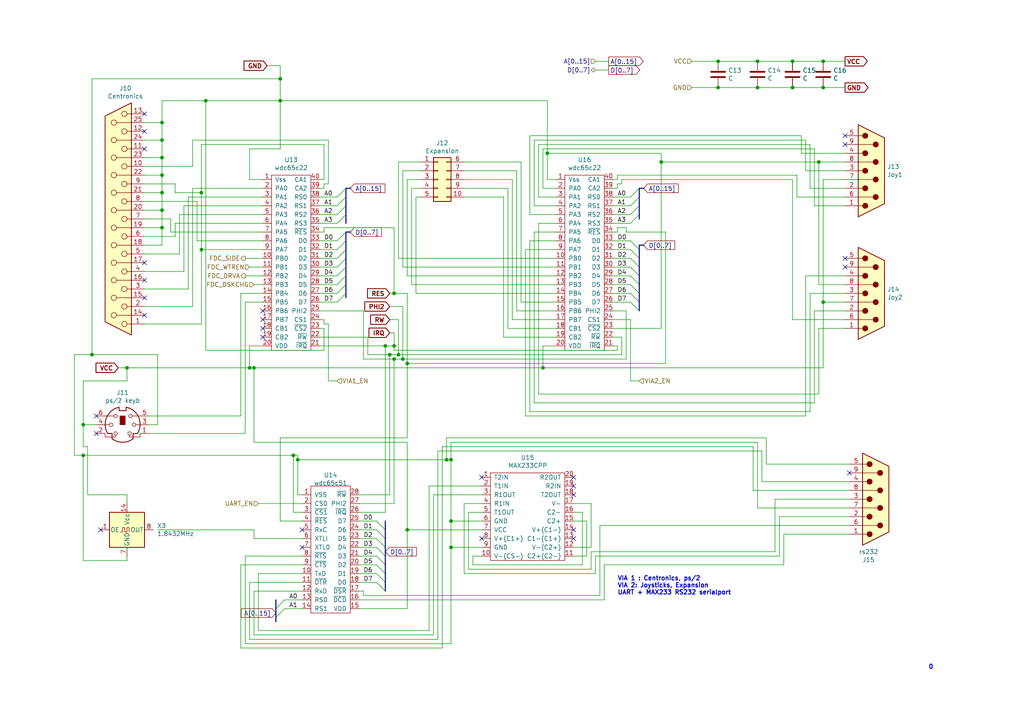
<source format=kicad_sch>
(kicad_sch (version 20231120) (generator "eeschema") (generator_version "8.0")
  (paper "A4")
  (lib_symbols
    (symbol "65xx:wdc65c22" (pin_names (offset 1.016))
      (property "Reference" "U" (at 1.27 0 0))
      (property "Value" "wdc65c22" (at 1.27 -54.61 0))
      (symbol "wdc65c22_0_0"
        (pin power_in line (at -6.35 -2.54 0) (length 2.54) (name "Vss") (number "1"))
        (pin bidirectional line (at -6.35 -25.4 0) (length 2.54) (name "PB0") (number "10"))
        (pin bidirectional line (at -6.35 -27.94 0) (length 2.54) (name "PB1") (number "11"))
        (pin bidirectional line (at -6.35 -30.48 0) (length 2.54) (name "PB2") (number "12"))
        (pin bidirectional line (at -6.35 -33.02 0) (length 2.54) (name "PB3") (number "13"))
        (pin bidirectional line (at -6.35 -35.56 0) (length 2.54) (name "PB4") (number "14"))
        (pin bidirectional line (at -6.35 -38.1 0) (length 2.54) (name "PB5") (number "15"))
        (pin bidirectional line (at -6.35 -40.64 0) (length 2.54) (name "PB6") (number "16"))
        (pin bidirectional line (at -6.35 -43.18 0) (length 2.54) (name "PB7") (number "17"))
        (pin bidirectional line (at -6.35 -45.72 0) (length 2.54) (name "CB1") (number "18"))
        (pin bidirectional line (at -6.35 -48.26 0) (length 2.54) (name "CB2") (number "19"))
        (pin bidirectional line (at -6.35 -5.08 0) (length 2.54) (name "PA0") (number "2"))
        (pin power_in line (at -6.35 -50.8 0) (length 2.54) (name "VDD") (number "20"))
        (pin output line (at 10.16 -50.8 180) (length 2.54) (name "~{IRQ}") (number "21"))
        (pin input line (at 10.16 -48.26 180) (length 2.54) (name "~{RW}") (number "22"))
        (pin input line (at 10.16 -45.72 180) (length 2.54) (name "~{CS2}") (number "23"))
        (pin input line (at 10.16 -43.18 180) (length 2.54) (name "CS1") (number "24"))
        (pin input line (at 10.16 -40.64 180) (length 2.54) (name "PHI2") (number "25"))
        (pin bidirectional line (at 10.16 -38.1 180) (length 2.54) (name "D7") (number "26"))
        (pin bidirectional line (at 10.16 -35.56 180) (length 2.54) (name "D6") (number "27"))
        (pin bidirectional line (at 10.16 -33.02 180) (length 2.54) (name "D5") (number "28"))
        (pin bidirectional line (at 10.16 -30.48 180) (length 2.54) (name "D4") (number "29"))
        (pin bidirectional line (at -6.35 -7.62 0) (length 2.54) (name "PA1") (number "3"))
        (pin bidirectional line (at 10.16 -27.94 180) (length 2.54) (name "D3") (number "30"))
        (pin bidirectional line (at 10.16 -25.4 180) (length 2.54) (name "D2") (number "31"))
        (pin bidirectional line (at 10.16 -22.86 180) (length 2.54) (name "D1") (number "32"))
        (pin bidirectional line (at 10.16 -20.32 180) (length 2.54) (name "D0") (number "33"))
        (pin input line (at 10.16 -17.78 180) (length 2.54) (name "~{RES}") (number "34"))
        (pin input line (at 10.16 -15.24 180) (length 2.54) (name "RS3") (number "35"))
        (pin input line (at 10.16 -12.7 180) (length 2.54) (name "RS2") (number "36"))
        (pin input line (at 10.16 -10.16 180) (length 2.54) (name "RS1") (number "37"))
        (pin input line (at 10.16 -7.62 180) (length 2.54) (name "RS0") (number "38"))
        (pin bidirectional line (at 10.16 -5.08 180) (length 2.54) (name "CA2") (number "39"))
        (pin bidirectional line (at -6.35 -10.16 0) (length 2.54) (name "PA2") (number "4"))
        (pin bidirectional line (at 10.16 -2.54 180) (length 2.54) (name "CA1") (number "40"))
        (pin bidirectional line (at -6.35 -12.7 0) (length 2.54) (name "PA3") (number "5"))
        (pin bidirectional line (at -6.35 -15.24 0) (length 2.54) (name "PA4") (number "6"))
        (pin bidirectional line (at -6.35 -17.78 0) (length 2.54) (name "PA5") (number "7"))
        (pin bidirectional line (at -6.35 -20.32 0) (length 2.54) (name "PA6") (number "8"))
        (pin bidirectional line (at -6.35 -22.86 0) (length 2.54) (name "PA7") (number "9"))
      )
    )
    (symbol "65xx:wdc65c51" (pin_names (offset 1.016))
      (property "Reference" "U" (at 1.27 1.27 0))
      (property "Value" "wdc65c51" (at 1.27 -38.1 0))
      (symbol "wdc65c51_1_1"
        (pin power_in line (at -7.62 -2.54 0) (length 2.54) (name "VSS") (number "1"))
        (pin output line (at -7.62 -25.4 0) (length 2.54) (name "TxD") (number "10"))
        (pin output line (at -7.62 -27.94 0) (length 2.54) (name "~{DTR}") (number "11"))
        (pin input line (at -7.62 -30.48 0) (length 2.54) (name "RxD") (number "12"))
        (pin input line (at -7.62 -33.02 0) (length 2.54) (name "RS0") (number "13"))
        (pin input line (at -7.62 -35.56 0) (length 2.54) (name "RS1") (number "14"))
        (pin power_in line (at 8.89 -35.56 180) (length 2.54) (name "VDD") (number "15"))
        (pin input line (at 8.89 -33.02 180) (length 2.54) (name "~{DCD}") (number "16"))
        (pin input line (at 8.89 -30.48 180) (length 2.54) (name "~{DSR}") (number "17"))
        (pin bidirectional line (at 8.89 -27.94 180) (length 2.54) (name "D0") (number "18"))
        (pin bidirectional line (at 8.89 -25.4 180) (length 2.54) (name "D1") (number "19"))
        (pin input line (at -7.62 -5.08 0) (length 2.54) (name "CS0") (number "2"))
        (pin bidirectional line (at 8.89 -22.86 180) (length 2.54) (name "D2") (number "20"))
        (pin bidirectional line (at 8.89 -20.32 180) (length 2.54) (name "D3") (number "21"))
        (pin bidirectional line (at 8.89 -17.78 180) (length 2.54) (name "D4") (number "22"))
        (pin bidirectional line (at 8.89 -15.24 180) (length 2.54) (name "D5") (number "23"))
        (pin bidirectional line (at 8.89 -12.7 180) (length 2.54) (name "D6") (number "24"))
        (pin bidirectional line (at 8.89 -10.16 180) (length 2.54) (name "D7") (number "25"))
        (pin output line (at 8.89 -7.62 180) (length 2.54) (name "~{IRQ}") (number "26"))
        (pin input line (at 8.89 -5.08 180) (length 2.54) (name "PHI2") (number "27"))
        (pin input line (at 8.89 -2.54 180) (length 2.54) (name "~{RW}") (number "28"))
        (pin input line (at -7.62 -7.62 0) (length 2.54) (name "~{CS1}") (number "3"))
        (pin input line (at -7.62 -10.16 0) (length 2.54) (name "~{RES}") (number "4"))
        (pin bidirectional line (at -7.62 -12.7 0) (length 2.54) (name "RxC") (number "5"))
        (pin input line (at -7.62 -15.24 0) (length 2.54) (name "XTLI") (number "6"))
        (pin input line (at -7.62 -17.78 0) (length 2.54) (name "XTL0") (number "7"))
        (pin output line (at -7.62 -20.32 0) (length 2.54) (name "~{RTS}") (number "8"))
        (pin input line (at -7.62 -22.86 0) (length 2.54) (name "~{CTS}") (number "9"))
      )
    )
    (symbol "Connector:Mini-DIN-6" (pin_names (offset 1.016))
      (property "Reference" "J" (at 0 6.35 0))
      (property "Value" "Mini-DIN-6" (at 0 -6.35 0))
      (symbol "Mini-DIN-6_1_1"
        (pin passive line (at 7.62 -2.54 180) (length 2.54) (name "~") (number "1"))
        (pin passive line (at -7.62 -2.54 0) (length 2.54) (name "~") (number "2"))
        (pin passive line (at 7.62 0 180) (length 2.54) (name "~") (number "3"))
        (pin passive line (at -7.62 0 0) (length 2.54) (name "~") (number "4"))
        (pin passive line (at 7.62 2.54 180) (length 2.54) (name "~") (number "5"))
        (pin passive line (at -7.62 2.54 0) (length 2.54) (name "~") (number "6"))
      )
    )
    (symbol "Connector_Generic:Conn_02x05_Top_Bottom" (pin_names (offset 1.016) hide)
      (property "Reference" "J" (at 1.27 7.62 0))
      (property "Value" "Conn_02x05_Top_Bottom" (at 1.27 -7.62 0))
      (symbol "Conn_02x05_Top_Bottom_1_1"
        (pin passive line (at -5.08 5.08 0) (length 3.81) (name "Pin_1") (number "1"))
        (pin passive line (at 7.62 -5.08 180) (length 3.81) (name "Pin_10") (number "10"))
        (pin passive line (at -5.08 2.54 0) (length 3.81) (name "Pin_2") (number "2"))
        (pin passive line (at -5.08 0 0) (length 3.81) (name "Pin_3") (number "3"))
        (pin passive line (at -5.08 -2.54 0) (length 3.81) (name "Pin_4") (number "4"))
        (pin passive line (at -5.08 -5.08 0) (length 3.81) (name "Pin_5") (number "5"))
        (pin passive line (at 7.62 5.08 180) (length 3.81) (name "Pin_6") (number "6"))
        (pin passive line (at 7.62 2.54 180) (length 3.81) (name "Pin_7") (number "7"))
        (pin passive line (at 7.62 0 180) (length 3.81) (name "Pin_8") (number "8"))
        (pin passive line (at 7.62 -2.54 180) (length 3.81) (name "Pin_9") (number "9"))
      )
    )
    (symbol "Device:C" (pin_numbers hide) (pin_names (offset 0.254))
      (property "Reference" "C" (at 0.635 2.54 0))
      (property "Value" "C" (at 0.635 -2.54 0))
      (symbol "C_1_1"
        (pin passive line (at 0 3.81 270) (length 2.794) (name "~") (number "1"))
        (pin passive line (at 0 -3.81 90) (length 2.794) (name "~") (number "2"))
      )
    )
    (symbol "Oscillator:SG-8002DB" (pin_names (offset 0.254))
      (property "Reference" "X" (at -5.08 6.35 0))
      (property "Value" "SG-8002DB" (at 1.27 -6.35 0))
      (symbol "SG-8002DB_1_1"
        (pin input line (at -7.62 0 0) (length 2.54) (name "OE") (number "1"))
        (pin power_in line (at 0 7.62 270) (length 2.54) (name "Vcc") (number "14"))
        (pin power_in line (at 0 -7.62 90) (length 2.54) (name "GND") (number "7"))
        (pin output line (at 7.62 0 180) (length 2.54) (name "OUT") (number "8"))
      )
    )
    (symbol "Prometheus-rescue:DB25_Female-Connector" (pin_names (offset 1.016) hide)
      (property "Reference" "J" (at 0 34.29 0))
      (property "Value" "Connector_DB25_Female" (at 0 -34.925 0))
      (symbol "DB25_Female-Connector_1_1"
        (pin passive line (at -7.62 30.48 0) (length 3.81) (name "1") (number "1"))
        (pin passive line (at -7.62 -15.24 0) (length 3.81) (name "10") (number "10"))
        (pin passive line (at -7.62 -20.32 0) (length 3.81) (name "11") (number "11"))
        (pin passive line (at -7.62 -25.4 0) (length 3.81) (name "12") (number "12"))
        (pin passive line (at -7.62 -30.48 0) (length 3.81) (name "13") (number "13"))
        (pin passive line (at -7.62 27.94 0) (length 3.81) (name "P14") (number "14"))
        (pin passive line (at -7.62 22.86 0) (length 3.81) (name "P15") (number "15"))
        (pin passive line (at -7.62 17.78 0) (length 3.81) (name "P16") (number "16"))
        (pin passive line (at -7.62 12.7 0) (length 3.81) (name "P17") (number "17"))
        (pin passive line (at -7.62 7.62 0) (length 3.81) (name "P18") (number "18"))
        (pin passive line (at -7.62 2.54 0) (length 3.81) (name "P19") (number "19"))
        (pin passive line (at -7.62 25.4 0) (length 3.81) (name "2") (number "2"))
        (pin passive line (at -7.62 -2.54 0) (length 3.81) (name "P20") (number "20"))
        (pin passive line (at -7.62 -7.62 0) (length 3.81) (name "P21") (number "21"))
        (pin passive line (at -7.62 -12.7 0) (length 3.81) (name "P22") (number "22"))
        (pin passive line (at -7.62 -17.78 0) (length 3.81) (name "P23") (number "23"))
        (pin passive line (at -7.62 -22.86 0) (length 3.81) (name "P24") (number "24"))
        (pin passive line (at -7.62 -27.94 0) (length 3.81) (name "P25") (number "25"))
        (pin passive line (at -7.62 20.32 0) (length 3.81) (name "3") (number "3"))
        (pin passive line (at -7.62 15.24 0) (length 3.81) (name "4") (number "4"))
        (pin passive line (at -7.62 10.16 0) (length 3.81) (name "5") (number "5"))
        (pin passive line (at -7.62 5.08 0) (length 3.81) (name "6") (number "6"))
        (pin passive line (at -7.62 0 0) (length 3.81) (name "7") (number "7"))
        (pin passive line (at -7.62 -5.08 0) (length 3.81) (name "8") (number "8"))
        (pin passive line (at -7.62 -10.16 0) (length 3.81) (name "9") (number "9"))
      )
    )
    (symbol "Prometheus-rescue:DB9_Male-Connector" (pin_names (offset 1.016) hide)
      (property "Reference" "J" (at 0 13.97 0))
      (property "Value" "Connector_DB9_Male" (at 0 -14.605 0))
      (symbol "DB9_Male-Connector_1_1"
        (pin passive line (at -7.62 -10.16 0) (length 3.81) (name "1") (number "1"))
        (pin passive line (at -7.62 -5.08 0) (length 3.81) (name "2") (number "2"))
        (pin passive line (at -7.62 0 0) (length 3.81) (name "3") (number "3"))
        (pin passive line (at -7.62 5.08 0) (length 3.81) (name "4") (number "4"))
        (pin passive line (at -7.62 10.16 0) (length 3.81) (name "5") (number "5"))
        (pin passive line (at -7.62 -7.62 0) (length 3.81) (name "6") (number "6"))
        (pin passive line (at -7.62 -2.54 0) (length 3.81) (name "7") (number "7"))
        (pin passive line (at -7.62 2.54 0) (length 3.81) (name "8") (number "8"))
        (pin passive line (at -7.62 7.62 0) (length 3.81) (name "9") (number "9"))
      )
    )
    (symbol "prometh_custom:MAX233CPP" (pin_names (offset 1.016))
      (property "Reference" "U" (at 3.81 0 0))
      (property "Value" "MAX233CPP" (at 3.81 -27.94 0))
      (symbol "MAX233CPP_1_1"
        (pin input line (at -10.16 -2.54 0) (length 2.54) (name "T2IN") (number "1"))
        (pin input line (at -10.16 -25.4 0) (length 2.54) (name "V-(CS-)") (number "10"))
        (pin input line (at 16.51 -25.4 180) (length 2.54) (name "C2+(C2-)") (number "11"))
        (pin input line (at 16.51 -22.86 180) (length 2.54) (name "V-(C2+)") (number "12"))
        (pin input line (at 16.51 -20.32 180) (length 2.54) (name "C1-(C1+)") (number "13"))
        (pin input line (at 16.51 -17.78 180) (length 2.54) (name "V+(C1-)") (number "14"))
        (pin input line (at 16.51 -15.24 180) (length 2.54) (name "C2+") (number "15"))
        (pin input line (at 16.51 -12.7 180) (length 2.54) (name "C2-") (number "16"))
        (pin input line (at 16.51 -10.16 180) (length 2.54) (name "V-") (number "17"))
        (pin output line (at 16.51 -7.62 180) (length 2.54) (name "T2OUT") (number "18"))
        (pin input line (at 16.51 -5.08 180) (length 2.54) (name "R2IN") (number "19"))
        (pin input line (at -10.16 -5.08 0) (length 2.54) (name "T1IN") (number "2"))
        (pin output line (at 16.51 -2.54 180) (length 2.54) (name "R2OUT") (number "20"))
        (pin output line (at -10.16 -7.62 0) (length 2.54) (name "R1OUT") (number "3"))
        (pin input line (at -10.16 -10.16 0) (length 2.54) (name "R1IN") (number "4"))
        (pin output line (at -10.16 -12.7 0) (length 2.54) (name "T1OUT") (number "5"))
        (pin power_in line (at -10.16 -15.24 0) (length 2.54) (name "GND") (number "6"))
        (pin power_in line (at -10.16 -17.78 0) (length 2.54) (name "VCC") (number "7"))
        (pin input line (at -10.16 -20.32 0) (length 2.54) (name "V+(C1+)") (number "8"))
        (pin input line (at -10.16 -22.86 0) (length 2.54) (name "GND") (number "9"))
      )
    )
  )
  (junction (at 81.28 22.86))
  (junction (at 113.03 102.87))
  (junction (at 118.11 153.67))
  (junction (at 130.81 151.13))
  (junction (at 229.87 25.4))
  (junction (at 191.77 46.99))
  (junction (at 46.99 45.72))
  (junction (at 24.13 132.08))
  (junction (at 59.69 29.21))
  (junction (at 229.87 17.78))
  (junction (at 46.99 35.56))
  (junction (at 238.76 25.4))
  (junction (at 118.11 105.41))
  (junction (at 85.09 132.08))
  (junction (at 238.76 17.78))
  (junction (at 208.28 17.78))
  (junction (at 46.99 55.88))
  (junction (at 219.71 25.4))
  (junction (at 130.81 158.75))
  (junction (at 130.81 133.35))
  (junction (at 114.3 104.14))
  (junction (at 72.39 106.68))
  (junction (at 46.99 40.64))
  (junction (at 58.42 72.39))
  (junction (at 24.13 123.19))
  (junction (at 129.54 133.35))
  (junction (at 81.28 29.21))
  (junction (at 237.49 46.99))
  (junction (at 238.76 87.63))
  (junction (at 116.84 104.14))
  (junction (at 26.67 102.87))
  (junction (at 46.99 66.04))
  (junction (at 115.57 102.87))
  (junction (at 46.99 50.8))
  (junction (at 219.71 17.78))
  (junction (at 114.3 100.33))
  (junction (at 46.99 60.96))
  (junction (at 86.36 133.35))
  (junction (at 114.3 85.09))
  (junction (at 58.42 55.88))
  (junction (at 158.75 44.45))
  (junction (at 73.66 106.68))
  (junction (at 208.28 25.4))
  (junction (at 157.48 106.68))
  (junction (at 36.83 106.68))
  (junction (at 111.76 100.33))
  (no_connect (at 87.63 153.67))
  (no_connect (at 166.37 156.21))
  (no_connect (at 27.94 120.65))
  (no_connect (at 76.2 90.17))
  (no_connect (at 166.37 138.43))
  (no_connect (at 245.11 74.93))
  (no_connect (at 245.11 77.47))
  (no_connect (at 27.94 125.73))
  (no_connect (at 41.91 38.1))
  (no_connect (at 166.37 153.67))
  (no_connect (at 41.91 76.2))
  (no_connect (at 139.7 156.21))
  (no_connect (at 41.91 86.36))
  (no_connect (at 139.7 138.43))
  (no_connect (at 166.37 140.97))
  (no_connect (at 245.11 39.37))
  (no_connect (at 245.11 41.91))
  (no_connect (at 76.2 97.79))
  (no_connect (at 76.2 95.25))
  (no_connect (at 76.2 92.71))
  (no_connect (at 166.37 143.51))
  (no_connect (at 41.91 91.44))
  (no_connect (at 29.21 153.67))
  (no_connect (at 41.91 43.18))
  (no_connect (at 87.63 158.75))
  (no_connect (at 246.38 137.16))
  (no_connect (at 41.91 33.02))
  (no_connect (at 41.91 81.28))
  (bus_entry (at 182.88 57.15) (size 2.54 -2.54))
  (bus_entry (at 97.79 69.85) (size 2.54 -2.54))
  (bus_entry (at 97.79 87.63) (size 2.54 -2.54))
  (bus_entry (at 97.79 72.39) (size 2.54 -2.54))
  (bus_entry (at 97.79 82.55) (size 2.54 -2.54))
  (bus_entry (at 80.01 176.53) (size 2.54 -2.54))
  (bus_entry (at 97.79 80.01) (size 2.54 -2.54))
  (bus_entry (at 182.88 87.63) (size 2.54 2.54))
  (bus_entry (at 182.88 69.85) (size 2.54 2.54))
  (bus_entry (at 182.88 62.23) (size 2.54 -2.54))
  (bus_entry (at 182.88 59.69) (size 2.54 -2.54))
  (bus_entry (at 109.22 168.91) (size 2.54 2.54))
  (bus_entry (at 97.79 85.09) (size 2.54 -2.54))
  (bus_entry (at 97.79 57.15) (size 2.54 -2.54))
  (bus_entry (at 97.79 74.93) (size 2.54 -2.54))
  (bus_entry (at 97.79 64.77) (size 2.54 -2.54))
  (bus_entry (at 109.22 156.21) (size 2.54 2.54))
  (bus_entry (at 97.79 62.23) (size 2.54 -2.54))
  (bus_entry (at 182.88 82.55) (size 2.54 2.54))
  (bus_entry (at 182.88 72.39) (size 2.54 2.54))
  (bus_entry (at 109.22 153.67) (size 2.54 2.54))
  (bus_entry (at 109.22 166.37) (size 2.54 2.54))
  (bus_entry (at 109.22 161.29) (size 2.54 2.54))
  (bus_entry (at 109.22 163.83) (size 2.54 2.54))
  (bus_entry (at 182.88 85.09) (size 2.54 2.54))
  (bus_entry (at 182.88 77.47) (size 2.54 2.54))
  (bus_entry (at 80.01 179.07) (size 2.54 -2.54))
  (bus_entry (at 97.79 77.47) (size 2.54 -2.54))
  (bus_entry (at 109.22 151.13) (size 2.54 2.54))
  (bus_entry (at 182.88 80.01) (size 2.54 2.54))
  (bus_entry (at 182.88 64.77) (size 2.54 -2.54))
  (bus_entry (at 182.88 74.93) (size 2.54 2.54))
  (bus_entry (at 97.79 59.69) (size 2.54 -2.54))
  (bus_entry (at 109.22 158.75) (size 2.54 2.54))
  (wire (pts (xy 113.03 92.71) (xy 115.57 92.71)))
  (wire (pts (xy 233.68 120.65) (xy 152.4 120.65)))
  (bus (pts (xy 185.42 72.39) (xy 185.42 74.93)))
  (wire (pts (xy 134.62 166.37) (xy 172.72 166.37)))
  (wire (pts (xy 177.8 74.93) (xy 182.88 74.93)))
  (wire (pts (xy 85.09 148.59) (xy 85.09 132.08)))
  (wire (pts (xy 104.14 173.99) (xy 175.26 173.99)))
  (wire (pts (xy 41.91 55.88) (xy 46.99 55.88)))
  (wire (pts (xy 161.29 87.63) (xy 151.13 87.63)))
  (wire (pts (xy 166.37 161.29) (xy 170.18 161.29)))
  (wire (pts (xy 135.89 165.1) (xy 171.45 165.1)))
  (wire (pts (xy 71.12 74.93) (xy 76.2 74.93)))
  (wire (pts (xy 234.95 85.09) (xy 234.95 119.38)))
  (wire (pts (xy 113.03 102.87) (xy 113.03 143.51)))
  (wire (pts (xy 93.98 67.31) (xy 92.71 67.31)))
  (wire (pts (xy 114.3 104.14) (xy 114.3 146.05)))
  (wire (pts (xy 168.91 163.83) (xy 137.16 163.83)))
  (bus (pts (xy 185.42 71.12) (xy 185.42 72.39)))
  (wire (pts (xy 170.18 161.29) (xy 170.18 151.13)))
  (bus (pts (xy 100.33 82.55) (xy 100.33 85.09)))
  (wire (pts (xy 46.99 71.12) (xy 46.99 66.04)))
  (wire (pts (xy 118.11 153.67) (xy 118.11 128.27)))
  (wire (pts (xy 76.2 62.23) (xy 52.07 62.23)))
  (wire (pts (xy 77.47 19.05) (xy 81.28 19.05)))
  (wire (pts (xy 72.39 52.07) (xy 76.2 52.07)))
  (wire (pts (xy 73.66 128.27) (xy 73.66 106.68)))
  (wire (pts (xy 92.71 62.23) (xy 97.79 62.23)))
  (wire (pts (xy 158.75 44.45) (xy 158.75 29.21)))
  (wire (pts (xy 25.4 143.51) (xy 36.83 143.51)))
  (wire (pts (xy 172.72 17.78) (xy 176.53 17.78)))
  (wire (pts (xy 179.07 101.6) (xy 114.3 101.6)))
  (wire (pts (xy 177.8 80.01) (xy 182.88 80.01)))
  (wire (pts (xy 49.53 63.5) (xy 41.91 63.5)))
  (wire (pts (xy 104.14 171.45) (xy 105.41 171.45)))
  (wire (pts (xy 238.76 25.4) (xy 245.11 25.4)))
  (wire (pts (xy 181.61 67.31) (xy 181.61 66.04)))
  (wire (pts (xy 237.49 82.55) (xy 237.49 46.99)))
  (wire (pts (xy 171.45 158.75) (xy 166.37 158.75)))
  (wire (pts (xy 156.21 57.15) (xy 161.29 57.15)))
  (wire (pts (xy 193.04 67.31) (xy 193.04 105.41)))
  (wire (pts (xy 95.25 110.49) (xy 97.79 110.49)))
  (wire (pts (xy 55.88 88.9) (xy 41.91 88.9)))
  (wire (pts (xy 177.8 64.77) (xy 182.88 64.77)))
  (wire (pts (xy 153.67 39.37) (xy 153.67 62.23)))
  (wire (pts (xy 180.34 52.07) (xy 180.34 53.34)))
  (wire (pts (xy 120.65 85.09) (xy 120.65 57.15)))
  (wire (pts (xy 119.38 54.61) (xy 121.92 54.61)))
  (wire (pts (xy 55.88 40.64) (xy 55.88 48.26)))
  (wire (pts (xy 57.15 69.85) (xy 57.15 58.42)))
  (wire (pts (xy 236.22 43.18) (xy 157.48 43.18)))
  (wire (pts (xy 72.39 106.68) (xy 73.66 106.68)))
  (wire (pts (xy 72.39 43.18) (xy 72.39 52.07)))
  (wire (pts (xy 153.67 62.23) (xy 161.29 62.23)))
  (wire (pts (xy 45.72 102.87) (xy 45.72 123.19)))
  (wire (pts (xy 24.13 129.54) (xy 25.4 129.54)))
  (wire (pts (xy 95.25 93.98) (xy 95.25 110.49)))
  (wire (pts (xy 81.28 22.86) (xy 26.67 22.86)))
  (wire (pts (xy 180.34 52.07) (xy 229.87 52.07)))
  (bus (pts (xy 185.42 57.15) (xy 185.42 59.69)))
  (wire (pts (xy 69.85 85.09) (xy 69.85 120.65)))
  (wire (pts (xy 113.03 85.09) (xy 114.3 85.09)))
  (wire (pts (xy 200.66 25.4) (xy 208.28 25.4)))
  (wire (pts (xy 245.11 59.69) (xy 236.22 59.69)))
  (wire (pts (xy 95.25 53.34) (xy 95.25 40.64)))
  (bus (pts (xy 185.42 80.01) (xy 185.42 82.55)))
  (bus (pts (xy 185.42 74.93) (xy 185.42 77.47)))
  (wire (pts (xy 36.83 110.49) (xy 24.13 110.49)))
  (wire (pts (xy 55.88 48.26) (xy 41.91 48.26)))
  (wire (pts (xy 182.88 92.71) (xy 182.88 110.49)))
  (wire (pts (xy 220.98 130.81) (xy 220.98 139.7)))
  (wire (pts (xy 218.44 142.24) (xy 246.38 142.24)))
  (wire (pts (xy 222.25 127) (xy 129.54 127)))
  (bus (pts (xy 100.33 59.69) (xy 100.33 62.23)))
  (wire (pts (xy 175.26 163.83) (xy 227.33 163.83)))
  (wire (pts (xy 76.2 67.31) (xy 49.53 67.31)))
  (wire (pts (xy 185.42 110.49) (xy 182.88 110.49)))
  (wire (pts (xy 74.93 146.05) (xy 87.63 146.05)))
  (wire (pts (xy 151.13 87.63) (xy 151.13 46.99)))
  (wire (pts (xy 157.48 106.68) (xy 238.76 106.68)))
  (wire (pts (xy 116.84 49.53) (xy 121.92 49.53)))
  (wire (pts (xy 92.71 57.15) (xy 97.79 57.15)))
  (wire (pts (xy 43.18 120.65) (xy 69.85 120.65)))
  (wire (pts (xy 69.85 85.09) (xy 76.2 85.09)))
  (wire (pts (xy 59.69 101.6) (xy 59.69 29.21)))
  (wire (pts (xy 177.8 59.69) (xy 182.88 59.69)))
  (wire (pts (xy 93.98 54.61) (xy 93.98 53.34)))
  (wire (pts (xy 127 130.81) (xy 220.98 130.81)))
  (wire (pts (xy 115.57 92.71) (xy 115.57 102.87)))
  (wire (pts (xy 76.2 64.77) (xy 50.8 64.77)))
  (wire (pts (xy 234.95 119.38) (xy 153.67 119.38)))
  (wire (pts (xy 76.2 54.61) (xy 55.88 54.61)))
  (wire (pts (xy 72.39 106.68) (xy 72.39 100.33)))
  (wire (pts (xy 238.76 87.63) (xy 245.11 87.63)))
  (wire (pts (xy 226.06 149.86) (xy 246.38 149.86)))
  (wire (pts (xy 113.03 143.51) (xy 104.14 143.51)))
  (wire (pts (xy 128.27 187.96) (xy 128.27 129.54)))
  (wire (pts (xy 24.13 132.08) (xy 85.09 132.08)))
  (wire (pts (xy 26.67 102.87) (xy 45.72 102.87)))
  (wire (pts (xy 234.95 41.91) (xy 156.21 41.91)))
  (wire (pts (xy 73.66 106.68) (xy 157.48 106.68)))
  (wire (pts (xy 175.26 173.99) (xy 175.26 163.83)))
  (bus (pts (xy 100.33 80.01) (xy 100.33 82.55)))
  (bus (pts (xy 100.33 67.31) (xy 101.6 67.31)))
  (wire (pts (xy 71.12 87.63) (xy 76.2 87.63)))
  (wire (pts (xy 115.57 74.93) (xy 115.57 46.99)))
  (wire (pts (xy 73.66 171.45) (xy 87.63 171.45)))
  (wire (pts (xy 41.91 40.64) (xy 46.99 40.64)))
  (wire (pts (xy 119.38 82.55) (xy 119.38 54.61)))
  (wire (pts (xy 177.8 82.55) (xy 182.88 82.55)))
  (wire (pts (xy 246.38 134.62) (xy 222.25 134.62)))
  (wire (pts (xy 193.04 67.31) (xy 181.61 67.31)))
  (wire (pts (xy 58.42 55.88) (xy 50.8 55.88)))
  (wire (pts (xy 115.57 46.99) (xy 121.92 46.99)))
  (wire (pts (xy 137.16 163.83) (xy 137.16 161.29)))
  (wire (pts (xy 233.68 40.64) (xy 154.94 40.64)))
  (wire (pts (xy 148.59 52.07) (xy 134.62 52.07)))
  (wire (pts (xy 176.53 20.32) (xy 172.72 20.32)))
  (wire (pts (xy 81.28 43.18) (xy 72.39 43.18)))
  (bus (pts (xy 100.33 54.61) (xy 100.33 57.15)))
  (wire (pts (xy 95.25 40.64) (xy 55.88 40.64)))
  (wire (pts (xy 146.05 97.79) (xy 146.05 57.15)))
  (wire (pts (xy 93.98 101.6) (xy 59.69 101.6)))
  (wire (pts (xy 238.76 106.68) (xy 238.76 87.63)))
  (wire (pts (xy 181.61 66.04) (xy 179.07 66.04)))
  (wire (pts (xy 46.99 35.56) (xy 46.99 29.21)))
  (wire (pts (xy 177.8 90.17) (xy 181.61 90.17)))
  (wire (pts (xy 114.3 66.04) (xy 114.3 85.09)))
  (wire (pts (xy 233.68 80.01) (xy 233.68 120.65)))
  (bus (pts (xy 100.33 57.15) (xy 100.33 59.69)))
  (wire (pts (xy 118.11 80.01) (xy 161.29 80.01)))
  (bus (pts (xy 111.76 156.21) (xy 111.76 158.75)))
  (wire (pts (xy 118.11 80.01) (xy 118.11 52.07)))
  (wire (pts (xy 236.22 90.17) (xy 236.22 116.84)))
  (wire (pts (xy 177.8 95.25) (xy 191.77 95.25)))
  (wire (pts (xy 104.14 153.67) (xy 109.22 153.67)))
  (wire (pts (xy 135.89 148.59) (xy 135.89 165.1)))
  (wire (pts (xy 152.4 72.39) (xy 161.29 72.39)))
  (wire (pts (xy 245.11 90.17) (xy 236.22 90.17)))
  (wire (pts (xy 86.36 143.51) (xy 86.36 133.35)))
  (wire (pts (xy 229.87 92.71) (xy 229.87 52.07)))
  (wire (pts (xy 219.71 25.4) (xy 229.87 25.4)))
  (bus (pts (xy 100.33 54.61) (xy 101.6 54.61)))
  (wire (pts (xy 46.99 60.96) (xy 46.99 55.88)))
  (wire (pts (xy 129.54 133.35) (xy 130.81 133.35)))
  (wire (pts (xy 58.42 93.98) (xy 41.91 93.98)))
  (wire (pts (xy 191.77 95.25) (xy 191.77 46.99)))
  (wire (pts (xy 36.83 106.68) (xy 72.39 106.68)))
  (wire (pts (xy 58.42 41.91) (xy 58.42 55.88)))
  (wire (pts (xy 177.8 69.85) (xy 182.88 69.85)))
  (wire (pts (xy 148.59 92.71) (xy 148.59 52.07)))
  (bus (pts (xy 185.42 59.69) (xy 185.42 62.23)))
  (wire (pts (xy 226.06 161.29) (xy 226.06 149.86)))
  (wire (pts (xy 93.98 41.91) (xy 58.42 41.91)))
  (wire (pts (xy 41.91 66.04) (xy 46.99 66.04)))
  (wire (pts (xy 92.71 64.77) (xy 97.79 64.77)))
  (bus (pts (xy 100.33 77.47) (xy 100.33 80.01)))
  (bus (pts (xy 111.76 151.13) (xy 111.76 153.67)))
  (wire (pts (xy 227.33 163.83) (xy 227.33 154.94)))
  (wire (pts (xy 92.71 77.47) (xy 97.79 77.47)))
  (wire (pts (xy 92.71 69.85) (xy 97.79 69.85)))
  (wire (pts (xy 179.07 54.61) (xy 177.8 54.61)))
  (bus (pts (xy 111.76 163.83) (xy 111.76 166.37)))
  (wire (pts (xy 208.28 17.78) (xy 219.71 17.78)))
  (wire (pts (xy 245.11 49.53) (xy 233.68 49.53)))
  (wire (pts (xy 46.99 40.64) (xy 46.99 35.56)))
  (wire (pts (xy 157.48 54.61) (xy 161.29 54.61)))
  (wire (pts (xy 161.29 74.93) (xy 115.57 74.93)))
  (wire (pts (xy 114.3 101.6) (xy 114.3 100.33)))
  (wire (pts (xy 154.94 40.64) (xy 154.94 59.69)))
  (wire (pts (xy 105.41 171.45) (xy 105.41 172.72)))
  (wire (pts (xy 71.12 80.01) (xy 76.2 80.01)))
  (wire (pts (xy 151.13 46.99) (xy 134.62 46.99)))
  (wire (pts (xy 149.86 49.53) (xy 134.62 49.53)))
  (wire (pts (xy 130.81 151.13) (xy 139.7 151.13)))
  (wire (pts (xy 220.98 139.7) (xy 246.38 139.7)))
  (wire (pts (xy 53.34 59.69) (xy 53.34 78.74)))
  (wire (pts (xy 26.67 22.86) (xy 26.67 102.87)))
  (wire (pts (xy 55.88 54.61) (xy 55.88 88.9)))
  (wire (pts (xy 46.99 29.21) (xy 59.69 29.21)))
  (wire (pts (xy 87.63 166.37) (xy 74.93 166.37)))
  (wire (pts (xy 92.71 85.09) (xy 97.79 85.09)))
  (wire (pts (xy 161.29 92.71) (xy 148.59 92.71)))
  (wire (pts (xy 104.14 168.91) (xy 109.22 168.91)))
  (wire (pts (xy 74.93 166.37) (xy 74.93 182.88)))
  (wire (pts (xy 124.46 140.97) (xy 139.7 140.97)))
  (wire (pts (xy 24.13 123.19) (xy 24.13 129.54)))
  (wire (pts (xy 81.28 127) (xy 81.28 151.13)))
  (bus (pts (xy 185.42 71.12) (xy 186.69 71.12)))
  (wire (pts (xy 115.57 102.87) (xy 113.03 102.87)))
  (wire (pts (xy 154.94 67.31) (xy 161.29 67.31)))
  (bus (pts (xy 100.33 85.09) (xy 100.33 86.36)))
  (wire (pts (xy 92.71 59.69) (xy 97.79 59.69)))
  (wire (pts (xy 93.98 53.34) (xy 95.25 53.34)))
  (bus (pts (xy 111.76 158.75) (xy 111.76 161.29)))
  (wire (pts (xy 104.14 151.13) (xy 109.22 151.13)))
  (wire (pts (xy 106.68 102.87) (xy 106.68 97.79)))
  (wire (pts (xy 45.72 123.19) (xy 43.18 123.19)))
  (wire (pts (xy 92.71 54.61) (xy 93.98 54.61)))
  (wire (pts (xy 130.81 158.75) (xy 130.81 151.13)))
  (wire (pts (xy 21.59 132.08) (xy 24.13 132.08)))
  (wire (pts (xy 24.13 110.49) (xy 24.13 123.19)))
  (wire (pts (xy 86.36 133.35) (xy 86.36 132.08)))
  (wire (pts (xy 153.67 69.85) (xy 153.67 119.38)))
  (wire (pts (xy 113.03 96.52) (xy 114.3 96.52)))
  (wire (pts (xy 224.79 144.78) (xy 246.38 144.78)))
  (wire (pts (xy 245.11 95.25) (xy 237.49 95.25)))
  (wire (pts (xy 229.87 17.78) (xy 238.76 17.78)))
  (wire (pts (xy 139.7 143.51) (xy 125.73 143.51)))
  (wire (pts (xy 237.49 95.25) (xy 237.49 114.3)))
  (wire (pts (xy 130.81 128.27) (xy 219.71 128.27)))
  (wire (pts (xy 54.61 57.15) (xy 54.61 83.82)))
  (wire (pts (xy 92.71 87.63) (xy 97.79 87.63)))
  (wire (pts (xy 156.21 64.77) (xy 161.29 64.77)))
  (wire (pts (xy 238.76 52.07) (xy 238.76 87.63)))
  (wire (pts (xy 127 185.42) (xy 127 130.81)))
  (wire (pts (xy 73.66 156.21) (xy 87.63 156.21)))
  (wire (pts (xy 34.29 106.68) (xy 36.83 106.68)))
  (wire (pts (xy 76.2 59.69) (xy 53.34 59.69)))
  (bus (pts (xy 100.33 69.85) (xy 100.33 72.39)))
  (wire (pts (xy 170.18 151.13) (xy 166.37 151.13)))
  (wire (pts (xy 177.8 62.23) (xy 182.88 62.23)))
  (bus (pts (xy 111.76 161.29) (xy 111.76 163.83)))
  (wire (pts (xy 24.13 123.19) (xy 27.94 123.19)))
  (wire (pts (xy 139.7 148.59) (xy 135.89 148.59)))
  (bus (pts (xy 185.42 87.63) (xy 185.42 90.17)))
  (wire (pts (xy 157.48 106.68) (xy 157.48 100.33)))
  (wire (pts (xy 124.46 182.88) (xy 124.46 140.97)))
  (wire (pts (xy 50.8 64.77) (xy 50.8 68.58)))
  (wire (pts (xy 177.8 92.71) (xy 182.88 92.71)))
  (wire (pts (xy 36.83 162.56) (xy 36.83 161.29)))
  (wire (pts (xy 191.77 44.45) (xy 158.75 44.45)))
  (wire (pts (xy 161.29 85.09) (xy 120.65 85.09)))
  (wire (pts (xy 92.71 95.25) (xy 93.98 95.25)))
  (wire (pts (xy 87.63 163.83) (xy 69.85 163.83)))
  (wire (pts (xy 118.11 105.41) (xy 118.11 85.09)))
  (wire (pts (xy 161.29 82.55) (xy 119.38 82.55)))
  (wire (pts (xy 93.98 66.04) (xy 114.3 66.04)))
  (wire (pts (xy 245.11 80.01) (xy 233.68 80.01)))
  (wire (pts (xy 41.91 60.96) (xy 46.99 60.96)))
  (wire (pts (xy 139.7 153.67) (xy 118.11 153.67)))
  (wire (pts (xy 111.76 148.59) (xy 104.14 148.59)))
  (wire (pts (xy 53.34 78.74) (xy 41.91 78.74)))
  (wire (pts (xy 245.11 54.61) (xy 234.95 54.61)))
  (wire (pts (xy 245.11 46.99) (xy 237.49 46.99)))
  (wire (pts (xy 113.03 88.9) (xy 116.84 88.9)))
  (wire (pts (xy 49.53 67.31) (xy 49.53 63.5)))
  (wire (pts (xy 222.25 134.62) (xy 222.25 127)))
  (wire (pts (xy 72.39 185.42) (xy 127 185.42)))
  (wire (pts (xy 245.11 92.71) (xy 229.87 92.71)))
  (wire (pts (xy 95.25 93.98) (xy 93.98 93.98)))
  (wire (pts (xy 219.71 147.32) (xy 246.38 147.32)))
  (wire (pts (xy 208.28 25.4) (xy 219.71 25.4)))
  (wire (pts (xy 71.12 186.69) (xy 130.81 186.69)))
  (wire (pts (xy 130.81 133.35) (xy 130.81 151.13)))
  (wire (pts (xy 156.21 41.91) (xy 156.21 57.15)))
  (wire (pts (xy 92.71 74.93) (xy 97.79 74.93)))
  (wire (pts (xy 114.3 96.52) (xy 114.3 100.33)))
  (wire (pts (xy 245.11 57.15) (xy 231.14 57.15)))
  (wire (pts (xy 24.13 132.08) (xy 24.13 162.56)))
  (bus (pts (xy 100.33 67.31) (xy 100.33 69.85)))
  (wire (pts (xy 21.59 102.87) (xy 26.67 102.87)))
  (wire (pts (xy 245.11 52.07) (xy 238.76 52.07)))
  (wire (pts (xy 111.76 100.33) (xy 92.71 100.33)))
  (wire (pts (xy 158.75 29.21) (xy 81.28 29.21)))
  (wire (pts (xy 81.28 151.13) (xy 87.63 151.13)))
  (wire (pts (xy 177.8 72.39) (xy 182.88 72.39)))
  (wire (pts (xy 93.98 95.25) (xy 93.98 101.6)))
  (wire (pts (xy 45.72 153.67) (xy 73.66 153.67)))
  (wire (pts (xy 113.03 102.87) (xy 106.68 102.87)))
  (bus (pts (xy 185.42 54.61) (xy 186.69 54.61)))
  (wire (pts (xy 43.18 125.73) (xy 71.12 125.73)))
  (wire (pts (xy 168.91 148.59) (xy 168.91 163.83)))
  (wire (pts (xy 130.81 133.35) (xy 130.81 128.27)))
  (wire (pts (xy 92.71 80.01) (xy 97.79 80.01)))
  (wire (pts (xy 36.83 106.68) (xy 36.83 110.49)))
  (wire (pts (xy 180.34 97.79) (xy 180.34 102.87)))
  (wire (pts (xy 72.39 100.33) (xy 76.2 100.33)))
  (wire (pts (xy 232.41 44.45) (xy 232.41 39.37)))
  (wire (pts (xy 128.27 129.54) (xy 218.44 129.54)))
  (bus (pts (xy 185.42 54.61) (xy 185.42 57.15)))
  (bus (pts (xy 100.33 62.23) (xy 100.33 64.77)))
  (wire (pts (xy 116.84 104.14) (xy 114.3 104.14)))
  (bus (pts (xy 80.01 179.07) (xy 80.01 180.34)))
  (wire (pts (xy 238.76 17.78) (xy 245.11 17.78)))
  (bus (pts (xy 111.76 153.67) (xy 111.76 156.21)))
  (wire (pts (xy 219.71 128.27) (xy 219.71 147.32)))
  (wire (pts (xy 118.11 105.41) (xy 118.11 127)))
  (wire (pts (xy 161.29 97.79) (xy 146.05 97.79)))
  (wire (pts (xy 191.77 46.99) (xy 191.77 44.45)))
  (bus (pts (xy 80.01 173.99) (xy 80.01 176.53)))
  (wire (pts (xy 93.98 93.98) (xy 93.98 92.71)))
  (wire (pts (xy 87.63 168.91) (xy 72.39 168.91)))
  (wire (pts (xy 237.49 114.3) (xy 156.21 114.3)))
  (wire (pts (xy 24.13 162.56) (xy 36.83 162.56)))
  (wire (pts (xy 179.07 66.04) (xy 179.07 67.31)))
  (wire (pts (xy 21.59 102.87) (xy 21.59 132.08)))
  (wire (pts (xy 104.14 176.53) (xy 118.11 176.53)))
  (wire (pts (xy 104.14 158.75) (xy 109.22 158.75)))
  (wire (pts (xy 71.12 125.73) (xy 71.12 87.63)))
  (bus (pts (xy 185.42 62.23) (xy 185.42 63.5)))
  (wire (pts (xy 118.11 127) (xy 81.28 127)))
  (wire (pts (xy 69.85 163.83) (xy 69.85 187.96)))
  (wire (pts (xy 177.8 67.31) (xy 179.07 67.31)))
  (wire (pts (xy 152.4 72.39) (xy 152.4 120.65)))
  (wire (pts (xy 245.11 44.45) (xy 232.41 44.45)))
  (wire (pts (xy 177.8 77.47) (xy 182.88 77.47)))
  (wire (pts (xy 177.8 97.79) (xy 180.34 97.79)))
  (wire (pts (xy 171.45 160.02) (xy 224.79 160.02)))
  (wire (pts (xy 92.71 52.07) (xy 93.98 52.07)))
  (bus (pts (xy 185.42 85.09) (xy 185.42 87.63)))
  (wire (pts (xy 73.66 184.15) (xy 73.66 171.45)))
  (wire (pts (xy 173.99 172.72) (xy 173.99 152.4)))
  (wire (pts (xy 41.91 71.12) (xy 46.99 71.12)))
  (wire (pts (xy 231.14 57.15) (xy 231.14 50.8)))
  (wire (pts (xy 166.37 148.59) (xy 168.91 148.59)))
  (wire (pts (xy 105.41 172.72) (xy 173.99 172.72)))
  (wire (pts (xy 166.37 146.05) (xy 171.45 146.05)))
  (wire (pts (xy 41.91 45.72) (xy 46.99 45.72)))
  (wire (pts (xy 181.61 90.17) (xy 181.61 104.14)))
  (wire (pts (xy 158.75 52.07) (xy 158.75 44.45)))
  (wire (pts (xy 73.66 153.67) (xy 73.66 156.21)))
  (wire (pts (xy 125.73 143.51) (xy 125.73 184.15)))
  (wire (pts (xy 52.07 62.23) (xy 52.07 73.66)))
  (wire (pts (xy 104.14 156.21) (xy 109.22 156.21)))
  (wire (pts (xy 153.67 69.85) (xy 161.29 69.85)))
  (bus (pts (xy 185.42 77.47) (xy 185.42 80.01)))
  (wire (pts (xy 180.34 102.87) (xy 115.57 102.87)))
  (wire (pts (xy 180.34 53.34) (xy 179.07 53.34)))
  (wire (pts (xy 179.07 52.07) (xy 177.8 52.07)))
  (wire (pts (xy 156.21 64.77) (xy 156.21 114.3)))
  (wire (pts (xy 218.44 129.54) (xy 218.44 142.24)))
  (wire (pts (xy 76.2 82.55) (xy 73.66 82.55)))
  (wire (pts (xy 105.41 104.14) (xy 105.41 90.17)))
  (wire (pts (xy 104.14 161.29) (xy 109.22 161.29)))
  (wire (pts (xy 76.2 72.39) (xy 58.42 72.39)))
  (wire (pts (xy 237.49 46.99) (xy 191.77 46.99)))
  (wire (pts (xy 72.39 168.91) (xy 72.39 185.42)))
  (wire (pts (xy 93.98 52.07) (xy 93.98 41.91)))
  (wire (pts (xy 161.29 90.17) (xy 149.86 90.17)))
  (wire (pts (xy 154.94 67.31) (xy 154.94 116.84)))
  (wire (pts (xy 74.93 182.88) (xy 124.46 182.88)))
  (wire (pts (xy 177.8 87.63) (xy 182.88 87.63)))
  (bus (pts (xy 100.33 72.39) (xy 100.33 74.93)))
  (wire (pts (xy 130.81 158.75) (xy 139.7 158.75)))
  (wire (pts (xy 76.2 57.15) (xy 54.61 57.15)))
  (wire (pts (xy 72.39 77.47) (xy 76.2 77.47)))
  (wire (pts (xy 86.36 143.51) (xy 87.63 143.51)))
  (wire (pts (xy 46.99 50.8) (xy 46.99 45.72)))
  (wire (pts (xy 105.41 90.17) (xy 92.71 90.17)))
  (wire (pts (xy 50.8 68.58) (xy 41.91 68.58)))
  (wire (pts (xy 147.32 95.25) (xy 161.29 95.25)))
  (wire (pts (xy 114.3 146.05) (xy 104.14 146.05)))
  (wire (pts (xy 232.41 39.37) (xy 153.67 39.37)))
  (bus (pts (xy 80.01 176.53) (xy 80.01 179.07)))
  (wire (pts (xy 87.63 176.53) (xy 82.55 176.53)))
  (wire (pts (xy 147.32 95.25) (xy 147.32 54.61)))
  (wire (pts (xy 93.98 92.71) (xy 92.71 92.71)))
  (wire (pts (xy 200.66 17.78) (xy 208.28 17.78)))
  (wire (pts (xy 86.36 133.35) (xy 129.54 133.35)))
  (wire (pts (xy 179.07 50.8) (xy 231.14 50.8)))
  (wire (pts (xy 146.05 57.15) (xy 134.62 57.15)))
  (wire (pts (xy 161.29 77.47) (xy 116.84 77.47)))
  (wire (pts (xy 245.11 82.55) (xy 237.49 82.55)))
  (wire (pts (xy 234.95 54.61) (xy 234.95 41.91)))
  (wire (pts (xy 41.91 35.56) (xy 46.99 35.56)))
  (wire (pts (xy 58.42 55.88) (xy 58.42 72.39)))
  (wire (pts (xy 172.72 161.29) (xy 226.06 161.29)))
  (wire (pts (xy 157.48 43.18) (xy 157.48 54.61)))
  (wire (pts (xy 236.22 116.84) (xy 154.94 116.84)))
  (wire (pts (xy 54.61 83.82) (xy 41.91 83.82)))
  (wire (pts (xy 154.94 59.69) (xy 161.29 59.69)))
  (wire (pts (xy 171.45 165.1) (xy 171.45 160.02)))
  (wire (pts (xy 87.63 148.59) (xy 85.09 148.59)))
  (wire (pts (xy 177.8 100.33) (xy 179.07 100.33)))
  (wire (pts (xy 25.4 129.54) (xy 25.4 143.51)))
  (wire (pts (xy 116.84 77.47) (xy 116.84 49.53)))
  (wire (pts (xy 193.04 105.41) (xy 118.11 105.41)))
  (wire (pts (xy 93.98 66.04) (xy 93.98 67.31)))
  (wire (pts (xy 81.28 19.05) (xy 81.28 22.86)))
  (wire (pts (xy 46.99 55.88) (xy 46.99 50.8)))
  (wire (pts (xy 81.28 29.21) (xy 81.28 43.18)))
  (wire (pts (xy 171.45 146.05) (xy 171.45 158.75)))
  (wire (pts (xy 118.11 52.07) (xy 121.92 52.07)))
  (wire (pts (xy 139.7 146.05) (xy 134.62 146.05)))
  (wire (pts (xy 118.11 85.09) (xy 114.3 85.09)))
  (wire (pts (xy 137.16 161.29) (xy 139.7 161.29)))
  (wire (pts (xy 179.07 53.34) (xy 179.07 54.61)))
  (wire (pts (xy 134.62 146.05) (xy 134.62 166.37)))
  (wire (pts (xy 161.29 52.07) (xy 158.75 52.07)))
  (wire (pts (xy 106.68 97.79) (xy 92.71 97.79)))
  (wire (pts (xy 52.07 73.66) (xy 41.91 73.66)))
  (wire (pts (xy 149.86 90.17) (xy 149.86 49.53)))
  (wire (pts (xy 227.33 154.94) (xy 246.38 154.94)))
  (wire (pts (xy 172.72 166.37) (xy 172.72 161.29)))
  (wire (pts (xy 219.71 17.78) (xy 229.87 17.78)))
  (bus (pts (xy 111.76 168.91) (xy 111.76 171.45)))
  (wire (pts (xy 177.8 57.15) (xy 182.88 57.15)))
  (wire (pts (xy 58.42 72.39) (xy 58.42 93.98)))
  (wire (pts (xy 118.11 176.53) (xy 118.11 153.67)))
  (wire (pts (xy 57.15 58.42) (xy 41.91 58.42)))
  (wire (pts (xy 59.69 29.21) (xy 81.28 29.21)))
  (wire (pts (xy 41.91 50.8) (xy 46.99 50.8)))
  (wire (pts (xy 157.48 100.33) (xy 161.29 100.33)))
  (wire (pts (xy 50.8 53.34) (xy 41.91 53.34)))
  (wire (pts (xy 81.28 22.86) (xy 81.28 29.21)))
  (wire (pts (xy 224.79 160.02) (xy 224.79 144.78)))
  (wire (pts (xy 114.3 104.14) (xy 105.41 104.14)))
  (wire (pts (xy 177.8 85.09) (xy 182.88 85.09)))
  (wire (pts (xy 46.99 45.72) (xy 46.99 40.64)))
  (bus (pts (xy 185.42 82.55) (xy 185.42 85.09)))
  (wire (pts (xy 104.14 163.83) (xy 109.22 163.83)))
  (wire (pts (xy 118.11 128.27) (xy 73.66 128.27)))
  (wire (pts (xy 229.87 25.4) (xy 238.76 25.4)))
  (wire (pts (xy 92.71 82.55) (xy 97.79 82.55)))
  (wire (pts (xy 87.63 173.99) (xy 82.55 173.99)))
  (wire (pts (xy 179.07 100.33) (xy 179.07 101.6)))
  (wire (pts (xy 71.12 161.29) (xy 71.12 186.69)))
  (wire (pts (xy 85.09 132.08) (xy 86.36 132.08)))
  (wire (pts (xy 120.65 57.15) (xy 121.92 57.15)))
  (wire (pts (xy 50.8 55.88) (xy 50.8 53.34)))
  (bus (pts (xy 100.33 74.93) (xy 100.33 77.47)))
  (wire (pts (xy 173.99 152.4) (xy 246.38 152.4)))
  (bus (pts (xy 111.76 166.37) (xy 111.76 168.91)))
  (wire (pts (xy 129.54 127) (xy 129.54 133.35)))
  (wire (pts (xy 36.83 143.51) (xy 36.83 146.05)))
  (wire (pts (xy 87.63 161.29) (xy 71.12 161.29)))
  (wire (pts (xy 111.76 100.33) (xy 111.76 148.59)))
  (wire (pts (xy 104.14 166.37) (xy 109.22 166.37)))
  (wire (pts (xy 76.2 69.85) (xy 57.15 69.85)))
  (wire (pts (xy 46.99 66.04) (xy 46.99 60.96)))
  (wire (pts (xy 179.07 50.8) (xy 179.07 52.07)))
  (wire (pts (xy 233.68 49.53) (xy 233.68 40.64)))
  (wire (pts (xy 181.61 104.14) (xy 116.84 104.14)))
  (wire (pts (xy 236.22 59.69) (xy 236.22 43.18)))
  (wire (pts (xy 92.71 72.39) (xy 97.79 72.39)))
  (wire (pts (xy 116.84 88.9) (xy 116.84 104.14)))
  (wire (pts (xy 69.85 187.96) (xy 128.27 187.96)))
  (wire (pts (xy 125.73 184.15) (xy 73.66 184.15)))
  (wire (pts (xy 114.3 100.33) (xy 111.76 100.33)))
  (wire (pts (xy 147.32 54.61) (xy 134.62 54.61)))
  (wire (pts (xy 245.11 85.09) (xy 234.95 85.09)))
  (wire (pts (xy 130.81 186.69) (xy 130.81 158.75)))
  (text "VIA 1 : Centronics, ps/2\nVIA 2: Joysticks, Expansion\nUART + MAX233 RS232 serialport" (at 179.07 172.72 0) (effects (font (size 1.27 1.27) (thickness 0.254) (bold yes)) (justify left bottom)))
  (text "0" (at 269.24 194.31 0) (effects (font (size 1.27 1.27) (thickness 0.254) (bold yes)) (justify left bottom)))
  (label "D5" (at 93.98 82.55 0))
  (label "D3" (at 179.07 77.47 0))
  (label "A3" (at 93.98 64.77 0))
  (label "D1" (at 93.98 72.39 0))
  (label "D6" (at 93.98 85.09 0))
  (label "D3" (at 105.41 158.75 0))
  (label "D7" (at 105.41 168.91 0))
  (label "A1" (at 179.07 59.69 0))
  (label "D4" (at 179.07 80.01 0))
  (label "D0" (at 179.07 69.85 0))
  (label "A0" (at 83.82 173.99 0))
  (label "A1" (at 93.98 59.69 0))
  (label "D6" (at 105.41 166.37 0))
  (label "A0" (at 93.98 57.15 0))
  (label "D0" (at 105.41 151.13 0))
  (label "D2" (at 179.07 74.93 0))
  (label "A0" (at 179.07 57.15 0))
  (label "D5" (at 105.41 163.83 0))
  (label "D5" (at 179.07 82.55 0))
  (label "A3" (at 179.07 64.77 0))
  (label "A1" (at 83.82 176.53 0))
  (label "A2" (at 93.98 62.23 0))
  (label "D7" (at 179.07 87.63 0))
  (label "D0" (at 93.98 69.85 0))
  (label "D3" (at 93.98 77.47 0))
  (label "D1" (at 105.41 153.67 0))
  (label "D4" (at 105.41 161.29 0))
  (label "D4" (at 93.98 80.01 0))
  (label "D7" (at 93.98 87.63 0))
  (label "A2" (at 179.07 62.23 0))
  (label "D1" (at 179.07 72.39 0))
  (label "D2" (at 93.98 74.93 0))
  (label "D6" (at 179.07 85.09 0))
  (label "D2" (at 105.41 156.21 0))
  (global_label "D[0..7]" (shape input) (at 186.69 71.12 0) (property "Intersheetrefs" "${INTERSHEET_REFS}" (effects (hide yes))))
  (global_label "A[0..15]" (shape output) (at 176.53 17.78 0) (property "Intersheetrefs" "${INTERSHEET_REFS}" (effects (hide yes))))
  (global_label "RES" (shape input) (at 113.03 85.09 180) (effects (font (thickness 0.254) (bold yes))) (property "Intersheetrefs" "${INTERSHEET_REFS}" (effects (hide yes))))
  (global_label "VCC" (shape output) (at 245.11 17.78 0) (effects (font (thickness 0.254) (bold yes))) (property "Intersheetrefs" "${INTERSHEET_REFS}" (effects (hide yes))))
  (global_label "A[0..15]" (shape input) (at 186.69 54.61 0) (property "Intersheetrefs" "${INTERSHEET_REFS}" (effects (hide yes))))
  (global_label "A[0..15]" (shape input) (at 80.01 177.8 180) (property "Intersheetrefs" "${INTERSHEET_REFS}" (effects (hide yes))))
  (global_label "GND" (shape input) (at 77.47 19.05 180) (effects (font (thickness 0.254) (bold yes))) (property "Intersheetrefs" "${INTERSHEET_REFS}" (effects (hide yes))))
  (global_label "IRQ" (shape input) (at 113.03 96.52 180) (effects (font (thickness 0.254) (bold yes))) (property "Intersheetrefs" "${INTERSHEET_REFS}" (effects (hide yes))))
  (global_label "PHI2" (shape input) (at 113.03 88.9 180) (effects (font (thickness 0.254) (bold yes))) (property "Intersheetrefs" "${INTERSHEET_REFS}" (effects (hide yes))))
  (global_label "VCC" (shape input) (at 34.29 106.68 180) (effects (font (thickness 0.254) (bold yes))) (property "Intersheetrefs" "${INTERSHEET_REFS}" (effects (hide yes))))
  (global_label "D[0..7]" (shape input) (at 101.6 67.31 0) (property "Intersheetrefs" "${INTERSHEET_REFS}" (effects (hide yes))))
  (global_label "GND" (shape output) (at 245.11 25.4 0) (effects (font (thickness 0.254) (bold yes))) (property "Intersheetrefs" "${INTERSHEET_REFS}" (effects (hide yes))))
  (global_label "RW" (shape input) (at 113.03 92.71 180) (effects (font (thickness 0.254) (bold yes))) (property "Intersheetrefs" "${INTERSHEET_REFS}" (effects (hide yes))))
  (global_label "A[0..15]" (shape input) (at 101.6 54.61 0) (property "Intersheetrefs" "${INTERSHEET_REFS}" (effects (hide yes))))
  (global_label "D[0..7]" (shape input) (at 111.76 160.02 0) (property "Intersheetrefs" "${INTERSHEET_REFS}" (effects (hide yes))))
  (global_label "D[0..7]" (shape output) (at 176.53 20.32 0) (property "Intersheetrefs" "${INTERSHEET_REFS}" (effects (hide yes))))
  (hierarchical_label "FDC_SIDE" (shape output) (at 71.12 74.93 180))
  (hierarchical_label "VCC" (shape input) (at 200.66 17.78 180))
  (hierarchical_label "FDC_WTREN" (shape input) (at 72.39 77.47 180))
  (hierarchical_label "FDC_DRVA" (shape output) (at 71.12 80.01 180))
  (hierarchical_label "GND" (shape input) (at 200.66 25.4 180))
  (hierarchical_label "A[0..15]" (shape input) (at 172.72 17.78 180))
  (hierarchical_label "D[0..7]" (shape bidirectional) (at 172.72 20.32 180))
  (hierarchical_label "UART_EN" (shape input) (at 74.93 146.05 180))
  (hierarchical_label "FDC_DSKCHG" (shape input) (at 73.66 82.55 180))
  (hierarchical_label "VIA2_EN" (shape input) (at 185.42 110.49 0))
  (hierarchical_label "VIA1_EN" (shape input) (at 97.79 110.49 0))
  (symbol (lib_id "65xx:wdc65c51") (at 95.25 140.97 0) (unit 1)
    (property "Reference" "U14" (at 95.885 137.795 0))
    (property "Value" "wdc65c51" (at 95.885 140.1064 0))
    (property "Footprint" "Package_DIP:DIP-28_W15.24mm" (effects (hide yes)))
  )
  (symbol (lib_id "Prometheus-rescue:DB9_Male-Connector") (at 254 144.78 0) (unit 1)
    (property "Reference" "J15" (at 251.9172 162.3568 0))
    (property "Value" "rs232" (at 251.9172 160.0454 0))
    (property "Footprint" "Connector_Dsub:DSUB-9_Male_Horizontal_P2.77x2.84mm_EdgePinOffset4.94mm_Housed_MountingHolesOffset7.48mm" (effects (hide yes)))
  )
  (symbol (lib_id "65xx:wdc65c22") (at 82.55 49.53 0) (unit 1)
    (property "Reference" "U13" (at 84.455 46.355 0))
    (property "Value" "wdc65c22" (at 84.455 48.6664 0))
    (property "Footprint" "Package_DIP:DIP-40_W15.24mm" (effects (hide yes)))
  )
  (symbol (lib_id "65xx:wdc65c22") (at 167.64 49.53 0) (unit 1)
    (property "Reference" "U16" (at 169.545 46.355 0))
    (property "Value" "wdc65c22" (at 169.545 48.6664 0))
    (property "Footprint" "Package_DIP:DIP-40_W15.24mm" (effects (hide yes)))
  )
  (symbol (lib_id "Prometheus-rescue:DB9_Male-Connector") (at 252.73 49.53 0) (unit 1)
    (property "Reference" "J13" (at 257.302 48.3616 0) (effects (justify left)))
    (property "Value" "Joy1" (at 257.302 50.673 0) (effects (justify left)))
    (property "Footprint" "Connector_Dsub:DSUB-9_Female_Horizontal_P2.77x2.84mm_EdgePinOffset4.94mm_Housed_MountingHolesOffset7.48mm" (effects (hide yes)))
  )
  (symbol (lib_id "Prometheus-rescue:DB9_Male-Connector") (at 252.73 85.09 0) (unit 1)
    (property "Reference" "J14" (at 257.302 83.9216 0) (effects (justify left)))
    (property "Value" "Joy2" (at 257.302 86.233 0) (effects (justify left)))
    (property "Footprint" "Connector_Dsub:DSUB-9_Female_Horizontal_P2.77x2.84mm_EdgePinOffset4.94mm_Housed_MountingHolesOffset7.48mm" (effects (hide yes)))
  )
  (symbol (lib_id "Prometheus-rescue:DB25_Female-Connector") (at 34.29 63.5 180) (unit 1)
    (property "Reference" "J10" (at 36.3728 25.6032 0))
    (property "Value" "Centronics" (at 36.3728 27.9146 0))
    (property "Footprint" "Connector_Dsub:DSUB-25_Female_Horizontal_P2.77x2.84mm_EdgePinOffset4.94mm_Housed_MountingHolesOffset7.48mm" (effects (hide yes)))
  )
  (symbol (lib_id "Connector:Mini-DIN-6") (at 35.56 123.19 0) (unit 1)
    (property "Reference" "J11" (at 35.56 113.8682 0))
    (property "Value" "ps/2 keyb" (at 35.56 116.1796 0))
    (property "Footprint" "MINI-DIN-6-FULL-SHIELD" (effects (hide yes)))
    (property "Datasheet" "http://service.powerdynamics.com/ec/Catalog17/Section%2011.pdf" (effects (hide yes)))
  )
  (symbol (lib_id "prometh_custom:MAX233CPP") (at 149.86 135.89 0) (unit 1)
    (property "Reference" "U15" (at 153.035 132.715 0))
    (property "Value" "MAX233CPP" (at 153.035 135.0264 0))
    (property "Footprint" "Package_DIP:DIP-20_W7.62mm" (effects (hide yes)))
  )
  (symbol (lib_id "Oscillator:SG-8002DB") (at 36.83 153.67 0) (unit 1)
    (property "Reference" "X3" (at 45.5676 152.5016 0) (effects (justify left)))
    (property "Value" "1.8432MHz" (at 45.5676 154.813 0) (effects (justify left)))
    (property "Footprint" "Oscillator:Oscillator_DIP-14" (effects (hide yes)))
    (property "Datasheet" "https://support.epson.biz/td/api/doc_check.php?dl=brief_SG-8002DB&lang=en" (effects (hide yes)))
  )
  (symbol (lib_id "Connector_Generic:Conn_02x05_Top_Bottom") (at 127 52.07 0) (unit 1)
    (property "Reference" "J12" (at 128.27 41.4782 0))
    (property "Value" "Expansion" (at 128.27 43.7896 0))
    (property "Footprint" "Connector_PinHeader_2.54mm:PinHeader_2x05_P2.54mm_Vertical" (effects (hide yes)))
  )
  (symbol (lib_id "Device:C") (at 238.76 21.59 0) (unit 1)
    (property "Reference" "C16" (at 241.681 20.4216 0) (effects (justify left)))
    (property "Value" "C" (at 241.681 22.733 0) (effects (justify left)))
    (property "Footprint" "Capacitor_THT:CP_Radial_D4.0mm_P1.50mm" (effects (hide yes)))
  )
  (symbol (lib_id "Device:C") (at 229.87 21.59 0) (unit 1)
    (property "Reference" "C15" (at 232.791 20.4216 0) (effects (justify left)))
    (property "Value" "C" (at 232.791 22.733 0) (effects (justify left)))
    (property "Footprint" "Capacitor_THT:CP_Radial_D4.0mm_P1.50mm" (effects (hide yes)))
  )
  (symbol (lib_id "Device:C") (at 219.71 21.59 0) (unit 1)
    (property "Reference" "C14" (at 222.631 20.4216 0) (effects (justify left)))
    (property "Value" "C" (at 222.631 22.733 0) (effects (justify left)))
    (property "Footprint" "Capacitor_THT:CP_Radial_D4.0mm_P1.50mm" (effects (hide yes)))
  )
  (symbol (lib_id "Device:C") (at 208.28 21.59 0) (unit 1)
    (property "Reference" "C13" (at 211.201 20.4216 0) (effects (justify left)))
    (property "Value" "C" (at 211.201 22.733 0) (effects (justify left)))
    (property "Footprint" "Capacitor_THT:CP_Radial_D4.0mm_P1.50mm" (effects (hide yes)))
  )
)
</source>
